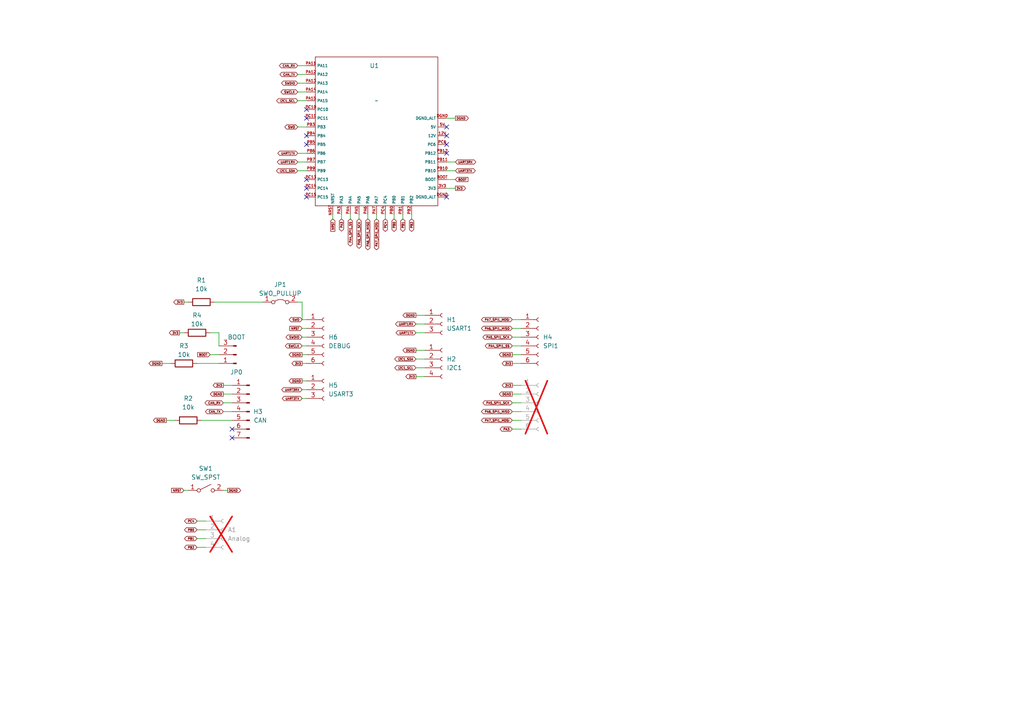
<source format=kicad_sch>
(kicad_sch (version 20230121) (generator eeschema)
  (paper "A4")
  (lib_symbols
    (symbol "Connector:Conn_01x03_Pin" (pin_names (offset 1.016) hide)
      (property "Reference" "J" (at 0 5.08 0))
      (property "Value" "Conn_01x03_Pin" (at 0 -5.08 0))
      (symbol "Conn_01x03_Pin_1_1"
        (polyline (pts (xy 1.27 -2.54) (xy 0.8636 -2.54)) (stroke (width 0.1524)))
        (polyline (pts (xy 1.27 0) (xy 0.8636 0)) (stroke (width 0.1524)))
        (polyline (pts (xy 1.27 2.54) (xy 0.8636 2.54)) (stroke (width 0.1524)))
        (rectangle (start 0.8636 -2.413) (end 0 -2.667) (stroke (width 0.1524)) (fill (type outline)))
        (rectangle (start 0.8636 0.127) (end 0 -0.127) (stroke (width 0.1524)) (fill (type outline)))
        (rectangle (start 0.8636 2.667) (end 0 2.413) (stroke (width 0.1524)) (fill (type outline)))
        (pin passive line (at 5.08 2.54 180) (length 3.81) (name "Pin_1") (number "1"))
        (pin passive line (at 5.08 0 180) (length 3.81) (name "Pin_2") (number "2"))
        (pin passive line (at 5.08 -2.54 180) (length 3.81) (name "Pin_3") (number "3"))
      )
    )
    (symbol "Connector:Conn_01x03_Socket" (pin_names (offset 1.016) hide)
      (property "Reference" "J" (at 0 5.08 0))
      (property "Value" "Conn_01x03_Socket" (at 0 -5.08 0))
      (symbol "Conn_01x03_Socket_1_1"
        (arc (start 0 -2.032) (mid -0.5058 -2.54) (end 0 -3.048) (stroke (width 0.1524)))
        (polyline (pts (xy -1.27 -2.54) (xy -0.508 -2.54)) (stroke (width 0.1524)))
        (polyline (pts (xy -1.27 0) (xy -0.508 0)) (stroke (width 0.1524)))
        (polyline (pts (xy -1.27 2.54) (xy -0.508 2.54)) (stroke (width 0.1524)))
        (arc (start 0 0.508) (mid -0.5058 0) (end 0 -0.508) (stroke (width 0.1524)))
        (arc (start 0 3.048) (mid -0.5058 2.54) (end 0 2.032) (stroke (width 0.1524)))
        (pin passive line (at -5.08 2.54 0) (length 3.81) (name "Pin_1") (number "1"))
        (pin passive line (at -5.08 0 0) (length 3.81) (name "Pin_2") (number "2"))
        (pin passive line (at -5.08 -2.54 0) (length 3.81) (name "Pin_3") (number "3"))
      )
    )
    (symbol "Connector:Conn_01x04_Socket" (pin_names (offset 1.016) hide)
      (property "Reference" "J" (at 0 5.08 0))
      (property "Value" "Conn_01x04_Socket" (at 0 -7.62 0))
      (symbol "Conn_01x04_Socket_1_1"
        (arc (start 0 -4.572) (mid -0.5058 -5.08) (end 0 -5.588) (stroke (width 0.1524)))
        (arc (start 0 -2.032) (mid -0.5058 -2.54) (end 0 -3.048) (stroke (width 0.1524)))
        (polyline (pts (xy -1.27 -5.08) (xy -0.508 -5.08)) (stroke (width 0.1524)))
        (polyline (pts (xy -1.27 -2.54) (xy -0.508 -2.54)) (stroke (width 0.1524)))
        (polyline (pts (xy -1.27 0) (xy -0.508 0)) (stroke (width 0.1524)))
        (polyline (pts (xy -1.27 2.54) (xy -0.508 2.54)) (stroke (width 0.1524)))
        (arc (start 0 0.508) (mid -0.5058 0) (end 0 -0.508) (stroke (width 0.1524)))
        (arc (start 0 3.048) (mid -0.5058 2.54) (end 0 2.032) (stroke (width 0.1524)))
        (pin passive line (at -5.08 2.54 0) (length 3.81) (name "Pin_1") (number "1"))
        (pin passive line (at -5.08 0 0) (length 3.81) (name "Pin_2") (number "2"))
        (pin passive line (at -5.08 -2.54 0) (length 3.81) (name "Pin_3") (number "3"))
        (pin passive line (at -5.08 -5.08 0) (length 3.81) (name "Pin_4") (number "4"))
      )
    )
    (symbol "Connector:Conn_01x06_Socket" (pin_names (offset 1.016) hide)
      (property "Reference" "J" (at 0 7.62 0))
      (property "Value" "Conn_01x06_Socket" (at 0 -10.16 0))
      (symbol "Conn_01x06_Socket_1_1"
        (arc (start 0 -7.112) (mid -0.5058 -7.62) (end 0 -8.128) (stroke (width 0.1524)))
        (arc (start 0 -4.572) (mid -0.5058 -5.08) (end 0 -5.588) (stroke (width 0.1524)))
        (arc (start 0 -2.032) (mid -0.5058 -2.54) (end 0 -3.048) (stroke (width 0.1524)))
        (polyline (pts (xy -1.27 -7.62) (xy -0.508 -7.62)) (stroke (width 0.1524)))
        (polyline (pts (xy -1.27 -5.08) (xy -0.508 -5.08)) (stroke (width 0.1524)))
        (polyline (pts (xy -1.27 -2.54) (xy -0.508 -2.54)) (stroke (width 0.1524)))
        (polyline (pts (xy -1.27 0) (xy -0.508 0)) (stroke (width 0.1524)))
        (polyline (pts (xy -1.27 2.54) (xy -0.508 2.54)) (stroke (width 0.1524)))
        (polyline (pts (xy -1.27 5.08) (xy -0.508 5.08)) (stroke (width 0.1524)))
        (arc (start 0 0.508) (mid -0.5058 0) (end 0 -0.508) (stroke (width 0.1524)))
        (arc (start 0 3.048) (mid -0.5058 2.54) (end 0 2.032) (stroke (width 0.1524)))
        (arc (start 0 5.588) (mid -0.5058 5.08) (end 0 4.572) (stroke (width 0.1524)))
        (pin passive line (at -5.08 5.08 0) (length 3.81) (name "Pin_1") (number "1"))
        (pin passive line (at -5.08 2.54 0) (length 3.81) (name "Pin_2") (number "2"))
        (pin passive line (at -5.08 0 0) (length 3.81) (name "Pin_3") (number "3"))
        (pin passive line (at -5.08 -2.54 0) (length 3.81) (name "Pin_4") (number "4"))
        (pin passive line (at -5.08 -5.08 0) (length 3.81) (name "Pin_5") (number "5"))
        (pin passive line (at -5.08 -7.62 0) (length 3.81) (name "Pin_6") (number "6"))
      )
    )
    (symbol "Connector:Conn_01x07_Pin" (pin_names (offset 1.016) hide)
      (property "Reference" "J" (at 0 10.16 0))
      (property "Value" "Conn_01x07_Pin" (at 0 -10.16 0))
      (symbol "Conn_01x07_Pin_1_1"
        (polyline (pts (xy 1.27 -7.62) (xy 0.8636 -7.62)) (stroke (width 0.1524)))
        (polyline (pts (xy 1.27 -5.08) (xy 0.8636 -5.08)) (stroke (width 0.1524)))
        (polyline (pts (xy 1.27 -2.54) (xy 0.8636 -2.54)) (stroke (width 0.1524)))
        (polyline (pts (xy 1.27 0) (xy 0.8636 0)) (stroke (width 0.1524)))
        (polyline (pts (xy 1.27 2.54) (xy 0.8636 2.54)) (stroke (width 0.1524)))
        (polyline (pts (xy 1.27 5.08) (xy 0.8636 5.08)) (stroke (width 0.1524)))
        (polyline (pts (xy 1.27 7.62) (xy 0.8636 7.62)) (stroke (width 0.1524)))
        (rectangle (start 0.8636 -7.493) (end 0 -7.747) (stroke (width 0.1524)) (fill (type outline)))
        (rectangle (start 0.8636 -4.953) (end 0 -5.207) (stroke (width 0.1524)) (fill (type outline)))
        (rectangle (start 0.8636 -2.413) (end 0 -2.667) (stroke (width 0.1524)) (fill (type outline)))
        (rectangle (start 0.8636 0.127) (end 0 -0.127) (stroke (width 0.1524)) (fill (type outline)))
        (rectangle (start 0.8636 2.667) (end 0 2.413) (stroke (width 0.1524)) (fill (type outline)))
        (rectangle (start 0.8636 5.207) (end 0 4.953) (stroke (width 0.1524)) (fill (type outline)))
        (rectangle (start 0.8636 7.747) (end 0 7.493) (stroke (width 0.1524)) (fill (type outline)))
        (pin passive line (at 5.08 7.62 180) (length 3.81) (name "Pin_1") (number "1"))
        (pin passive line (at 5.08 5.08 180) (length 3.81) (name "Pin_2") (number "2"))
        (pin passive line (at 5.08 2.54 180) (length 3.81) (name "Pin_3") (number "3"))
        (pin passive line (at 5.08 0 180) (length 3.81) (name "Pin_4") (number "4"))
        (pin passive line (at 5.08 -2.54 180) (length 3.81) (name "Pin_5") (number "5"))
        (pin passive line (at 5.08 -5.08 180) (length 3.81) (name "Pin_6") (number "6"))
        (pin passive line (at 5.08 -7.62 180) (length 3.81) (name "Pin_7") (number "7"))
      )
    )
    (symbol "Device:R" (pin_numbers hide) (pin_names (offset 0))
      (property "Reference" "R" (at 2.032 0 90))
      (property "Value" "R" (at 0 0 90))
      (symbol "R_0_1"
        (rectangle (start -1.016 -2.54) (end 1.016 2.54) (stroke (width 0.254)))
      )
      (symbol "R_1_1"
        (pin passive line (at 0 3.81 270) (length 1.27) (name "~") (number "1"))
        (pin passive line (at 0 -3.81 90) (length 1.27) (name "~") (number "2"))
      )
    )
    (symbol "Jumper:Jumper_2_Bridged" (pin_names (offset 0) hide)
      (property "Reference" "JP" (at 0 1.905 0))
      (property "Value" "Jumper_2_Bridged" (at 0 -2.54 0))
      (symbol "Jumper_2_Bridged_0_0"
        (circle (center -2.032 0) (radius 0.508))
        (circle (center 2.032 0) (radius 0.508))
      )
      (symbol "Jumper_2_Bridged_0_1"
        (arc (start 1.524 0.254) (mid 0 0.762) (end -1.524 0.254))
      )
      (symbol "Jumper_2_Bridged_1_1"
        (pin passive line (at -5.08 0 0) (length 2.54) (name "A") (number "1"))
        (pin passive line (at 5.08 0 180) (length 2.54) (name "B") (number "2"))
      )
    )
    (symbol "Switch:SW_SPST" (pin_names (offset 0) hide)
      (property "Reference" "SW" (at 0 3.175 0))
      (property "Value" "SW_SPST" (at 0 -2.54 0))
      (symbol "SW_SPST_0_0"
        (circle (center -2.032 0) (radius 0.508))
        (polyline (pts (xy -1.524 0.254) (xy 1.524 1.778)))
        (circle (center 2.032 0) (radius 0.508))
      )
      (symbol "SW_SPST_1_1"
        (pin passive line (at -5.08 0 0) (length 2.54) (name "A") (number "1"))
        (pin passive line (at 5.08 0 180) (length 2.54) (name "B") (number "2"))
      )
    )
    (symbol "_Platform Library:QVADRANS_V1"
      (property "Reference" "U" (at 0 0 0))
      (symbol "QVADRANS_V1_0_1"
        (rectangle (start -17.78 12.7) (end 17.78 -30.48))
      )
      (symbol "QVADRANS_V1_1_1"
        (pin power_out line (at 20.32 -10.16 180) (length 2.54) (name "12V") (number "12V"))
        (pin power_out line (at 20.32 -25.4 180) (length 2.54) (name "3V3") (number "3V3"))
        (pin power_out line (at 20.32 -7.62 180) (length 2.54) (name "5V") (number "5V"))
        (pin bidirectional line (at 20.32 -22.86 180) (length 2.54) (name "BOOT") (number "BOOT"))
        (pin power_out line (at 20.32 -27.94 180) (length 2.54) (name "DGND") (number "DGND") (alternate "DGND_ALT" passive line))
        (pin power_out line (at 20.32 -5.08 180) (length 2.54) (name "DGND") (number "DGND") (alternate "DGND_ALT" passive line))
        (pin input line (at -12.7 -33.02 90) (length 2.54) (name "NRST") (number "NRST"))
        (pin bidirectional line (at -20.32 10.16 0) (length 2.54) (name "PA11") (number "PA11"))
        (pin bidirectional line (at -20.32 7.62 0) (length 2.54) (name "PA12") (number "PA12"))
        (pin bidirectional line (at -20.32 5.08 0) (length 2.54) (name "PA13") (number "PA13"))
        (pin bidirectional line (at -20.32 2.54 0) (length 2.54) (name "PA14") (number "PA14"))
        (pin bidirectional line (at -20.32 0 0) (length 2.54) (name "PA15") (number "PA15"))
        (pin bidirectional line (at -10.16 -33.02 90) (length 2.54) (name "PA3") (number "PA3"))
        (pin bidirectional line (at -7.62 -33.02 90) (length 2.54) (name "PA4") (number "PA4"))
        (pin bidirectional line (at -5.08 -33.02 90) (length 2.54) (name "PA5") (number "PA5"))
        (pin bidirectional line (at -2.54 -33.02 90) (length 2.54) (name "PA6") (number "PA6"))
        (pin bidirectional line (at 0 -33.02 90) (length 2.54) (name "PA7") (number "PA7"))
        (pin bidirectional line (at 5.08 -33.02 90) (length 2.54) (name "PB0") (number "PB0"))
        (pin bidirectional line (at 7.62 -33.02 90) (length 2.54) (name "PB1") (number "PB1"))
        (pin bidirectional line (at 20.32 -20.32 180) (length 2.54) (name "PB10") (number "PB10"))
        (pin bidirectional line (at 20.32 -17.78 180) (length 2.54) (name "PB11") (number "PB11"))
        (pin bidirectional line (at 20.32 -15.24 180) (length 2.54) (name "PB12") (number "PB12"))
        (pin bidirectional line (at 10.16 -33.02 90) (length 2.54) (name "PB2") (number "PB2"))
        (pin bidirectional line (at -20.32 -7.62 0) (length 2.54) (name "PB3") (number "PB3"))
        (pin bidirectional line (at -20.32 -10.16 0) (length 2.54) (name "PB4") (number "PB4"))
        (pin bidirectional line (at -20.32 -12.7 0) (length 2.54) (name "PB5") (number "PB5"))
        (pin bidirectional line (at -20.32 -15.24 0) (length 2.54) (name "PB6") (number "PB6"))
        (pin bidirectional line (at -20.32 -17.78 0) (length 2.54) (name "PB7") (number "PB7"))
        (pin bidirectional line (at -20.32 -20.32 0) (length 2.54) (name "PB9") (number "PB9"))
        (pin bidirectional line (at -20.32 -2.54 0) (length 2.54) (name "PC10") (number "PC10"))
        (pin bidirectional line (at -20.32 -5.08 0) (length 2.54) (name "PC11") (number "PC11"))
        (pin bidirectional line (at -20.32 -22.86 0) (length 2.54) (name "PC13") (number "PC13"))
        (pin bidirectional line (at -20.32 -25.4 0) (length 2.54) (name "PC14") (number "PC14"))
        (pin bidirectional line (at -20.32 -27.94 0) (length 2.54) (name "PC15") (number "PC15"))
        (pin bidirectional line (at 2.54 -33.02 90) (length 2.54) (name "PC4") (number "PC4"))
        (pin bidirectional line (at 20.32 -12.7 180) (length 2.54) (name "PC6") (number "PC6"))
      )
    )
  )
  (no_connect (at 88.9 41.91))
  (no_connect (at 88.9 52.07))
  (no_connect (at 67.31 127))
  (no_connect (at 88.9 39.37))
  (no_connect (at 88.9 31.75))
  (no_connect (at 88.9 34.29))
  (no_connect (at 129.54 39.37))
  (no_connect (at 129.54 41.91))
  (no_connect (at 67.31 124.46))
  (no_connect (at 88.9 54.61))
  (no_connect (at 129.54 36.83))
  (no_connect (at 88.9 57.15))
  (no_connect (at 129.54 44.45))
  (no_connect (at 129.54 57.15))
  (wire (pts (xy 87.63 113.03) (xy 88.9 113.03)))
  (wire (pts (xy 86.36 26.67) (xy 88.9 26.67)))
  (wire (pts (xy 151.13 121.92) (xy 148.59 121.92)))
  (wire (pts (xy 62.23 87.63) (xy 76.2 87.63)))
  (wire (pts (xy 58.42 121.92) (xy 67.31 121.92)))
  (wire (pts (xy 64.77 111.76) (xy 67.31 111.76)))
  (wire (pts (xy 87.63 92.71) (xy 88.9 92.71)))
  (wire (pts (xy 87.63 95.25) (xy 88.9 95.25)))
  (wire (pts (xy 86.36 29.21) (xy 88.9 29.21)))
  (wire (pts (xy 151.13 124.46) (xy 148.59 124.46)))
  (wire (pts (xy 119.38 63.5) (xy 119.38 62.23)))
  (wire (pts (xy 104.14 62.23) (xy 104.14 63.5)))
  (wire (pts (xy 132.08 54.61) (xy 129.54 54.61)))
  (wire (pts (xy 132.08 46.99) (xy 129.54 46.99)))
  (wire (pts (xy 109.22 62.23) (xy 109.22 63.5)))
  (wire (pts (xy 57.15 153.67) (xy 59.69 153.67)))
  (wire (pts (xy 120.65 91.44) (xy 123.19 91.44)))
  (wire (pts (xy 63.5 102.87) (xy 60.96 102.87)))
  (wire (pts (xy 120.65 93.98) (xy 123.19 93.98)))
  (wire (pts (xy 48.26 121.92) (xy 50.8 121.92)))
  (wire (pts (xy 151.13 111.76) (xy 148.59 111.76)))
  (wire (pts (xy 64.77 116.84) (xy 67.31 116.84)))
  (wire (pts (xy 120.65 96.52) (xy 123.19 96.52)))
  (wire (pts (xy 57.15 156.21) (xy 59.69 156.21)))
  (wire (pts (xy 132.08 49.53) (xy 129.54 49.53)))
  (wire (pts (xy 86.36 36.83) (xy 88.9 36.83)))
  (wire (pts (xy 151.13 119.38) (xy 148.59 119.38)))
  (wire (pts (xy 60.96 96.52) (xy 63.5 96.52)))
  (wire (pts (xy 86.36 46.99) (xy 88.9 46.99)))
  (wire (pts (xy 57.15 158.75) (xy 59.69 158.75)))
  (wire (pts (xy 86.36 24.13) (xy 88.9 24.13)))
  (wire (pts (xy 120.65 104.14) (xy 123.19 104.14)))
  (wire (pts (xy 120.65 106.68) (xy 123.19 106.68)))
  (wire (pts (xy 120.65 101.6) (xy 123.19 101.6)))
  (wire (pts (xy 116.84 63.5) (xy 116.84 62.23)))
  (wire (pts (xy 148.59 95.25) (xy 151.13 95.25)))
  (wire (pts (xy 148.59 100.33) (xy 151.13 100.33)))
  (wire (pts (xy 111.76 63.5) (xy 111.76 62.23)))
  (wire (pts (xy 87.63 87.63) (xy 87.63 92.71)))
  (wire (pts (xy 148.59 105.41) (xy 151.13 105.41)))
  (wire (pts (xy 46.99 105.41) (xy 49.53 105.41)))
  (wire (pts (xy 86.36 49.53) (xy 88.9 49.53)))
  (wire (pts (xy 53.34 142.24) (xy 54.61 142.24)))
  (wire (pts (xy 101.6 62.23) (xy 101.6 63.5)))
  (wire (pts (xy 148.59 97.79) (xy 151.13 97.79)))
  (wire (pts (xy 57.15 105.41) (xy 63.5 105.41)))
  (wire (pts (xy 53.34 87.63) (xy 54.61 87.63)))
  (wire (pts (xy 148.59 102.87) (xy 151.13 102.87)))
  (wire (pts (xy 64.77 114.3) (xy 67.31 114.3)))
  (wire (pts (xy 96.52 63.5) (xy 96.52 62.23)))
  (wire (pts (xy 86.36 44.45) (xy 88.9 44.45)))
  (wire (pts (xy 57.15 151.13) (xy 59.69 151.13)))
  (wire (pts (xy 87.63 102.87) (xy 88.9 102.87)))
  (wire (pts (xy 63.5 96.52) (xy 63.5 100.33)))
  (wire (pts (xy 86.36 87.63) (xy 87.63 87.63)))
  (wire (pts (xy 120.65 109.22) (xy 123.19 109.22)))
  (wire (pts (xy 148.59 92.71) (xy 151.13 92.71)))
  (wire (pts (xy 87.63 110.49) (xy 88.9 110.49)))
  (wire (pts (xy 114.3 63.5) (xy 114.3 62.23)))
  (wire (pts (xy 86.36 21.59) (xy 88.9 21.59)))
  (wire (pts (xy 151.13 116.84) (xy 148.59 116.84)))
  (wire (pts (xy 87.63 115.57) (xy 88.9 115.57)))
  (wire (pts (xy 64.77 119.38) (xy 67.31 119.38)))
  (wire (pts (xy 86.36 19.05) (xy 88.9 19.05)))
  (wire (pts (xy 87.63 97.79) (xy 88.9 97.79)))
  (wire (pts (xy 106.68 62.23) (xy 106.68 63.5)))
  (wire (pts (xy 132.08 52.07) (xy 129.54 52.07)))
  (wire (pts (xy 87.63 100.33) (xy 88.9 100.33)))
  (wire (pts (xy 87.63 105.41) (xy 88.9 105.41)))
  (wire (pts (xy 151.13 114.3) (xy 148.59 114.3)))
  (wire (pts (xy 66.04 142.24) (xy 64.77 142.24)))
  (wire (pts (xy 52.07 96.52) (xy 53.34 96.52)))
  (wire (pts (xy 99.06 63.5) (xy 99.06 62.23)))
  (wire (pts (xy 129.54 34.29) (xy 132.08 34.29)))
  (global_label "PA5_SPI1_SCK" (shape bidirectional) (at 148.59 97.79 180) (effects (font (size 0.635 0.635))) (property "Intersheetrefs" "${INTERSHEET_REFS}" (effects hide)))
  (global_label "PA6_SPI1_MISO" (shape bidirectional) (at 148.59 95.25 180) (effects (font (size 0.635 0.635))) (property "Intersheetrefs" "${INTERSHEET_REFS}" (effects hide)))
  (global_label "DGND" (shape output) (at 46.99 105.41 180) (effects (font (size 0.635 0.635))) (property "Intersheetrefs" "${INTERSHEET_REFS}" (effects hide)))
  (global_label "PB2" (shape bidirectional) (at 119.38 63.5 270) (effects (font (size 0.635 0.635))) (property "Intersheetrefs" "${INTERSHEET_REFS}" (effects hide)))
  (global_label "PA7_SPI1_MOSI" (shape bidirectional) (at 148.59 121.92 180) (effects (font (size 0.635 0.635))) (property "Intersheetrefs" "${INTERSHEET_REFS}" (effects hide)))
  (global_label "PC4" (shape bidirectional) (at 57.15 151.13 180) (effects (font (size 0.635 0.635))) (property "Intersheetrefs" "${INTERSHEET_REFS}" (effects hide)))
  (global_label "I2C1_SDA" (shape bidirectional) (at 86.36 49.53 180) (effects (font (size 0.635 0.635))) (property "Intersheetrefs" "${INTERSHEET_REFS}" (effects hide)))
  (global_label "SWDIO" (shape bidirectional) (at 87.63 97.79 180) (effects (font (size 0.635 0.635))) (property "Intersheetrefs" "${INTERSHEET_REFS}" (effects hide)))
  (global_label "DGND" (shape output) (at 132.08 34.29 0) (effects (font (size 0.635 0.635))) (property "Intersheetrefs" "${INTERSHEET_REFS}" (effects hide)))
  (global_label "DGND" (shape output) (at 48.26 121.92 180) (effects (font (size 0.635 0.635))) (property "Intersheetrefs" "${INTERSHEET_REFS}" (effects hide)))
  (global_label "DGND" (shape output) (at 87.63 110.49 180) (effects (font (size 0.635 0.635))) (property "Intersheetrefs" "${INTERSHEET_REFS}" (effects hide)))
  (global_label "PA6_SPI1_MISO" (shape bidirectional) (at 106.68 63.5 270) (effects (font (size 0.635 0.635))) (property "Intersheetrefs" "${INTERSHEET_REFS}" (effects hide)))
  (global_label "UART1RX" (shape bidirectional) (at 120.65 93.98 180) (effects (font (size 0.635 0.635))) (property "Intersheetrefs" "${INTERSHEET_REFS}" (effects hide)))
  (global_label "3V3" (shape output) (at 52.07 96.52 180) (effects (font (size 0.635 0.635))) (property "Intersheetrefs" "${INTERSHEET_REFS}" (effects hide)))
  (global_label "I2C1_SCL" (shape bidirectional) (at 120.65 106.68 180) (effects (font (size 0.635 0.635))) (property "Intersheetrefs" "${INTERSHEET_REFS}" (effects hide)))
  (global_label "DGND" (shape output) (at 120.65 91.44 180) (effects (font (size 0.635 0.635))) (property "Intersheetrefs" "${INTERSHEET_REFS}" (effects hide)))
  (global_label "PA6_SPI1_MISO" (shape bidirectional) (at 148.59 119.38 180) (effects (font (size 0.635 0.635))) (property "Intersheetrefs" "${INTERSHEET_REFS}" (effects hide)))
  (global_label "PA7_SPI1_MOSI" (shape bidirectional) (at 148.59 92.71 180) (effects (font (size 0.635 0.635))) (property "Intersheetrefs" "${INTERSHEET_REFS}" (effects hide)))
  (global_label "UART3TX" (shape bidirectional) (at 87.63 115.57 180) (effects (font (size 0.635 0.635))) (property "Intersheetrefs" "${INTERSHEET_REFS}" (effects hide)))
  (global_label "DGND" (shape output) (at 64.77 114.3 180) (effects (font (size 0.635 0.635))) (property "Intersheetrefs" "${INTERSHEET_REFS}" (effects hide)))
  (global_label "SWO" (shape bidirectional) (at 87.63 92.71 180) (effects (font (size 0.635 0.635))) (property "Intersheetrefs" "${INTERSHEET_REFS}" (effects hide)))
  (global_label "PB2" (shape bidirectional) (at 57.15 158.75 180) (effects (font (size 0.635 0.635))) (property "Intersheetrefs" "${INTERSHEET_REFS}" (effects hide)))
  (global_label "CAN_TX" (shape bidirectional) (at 64.77 119.38 180) (effects (font (size 0.635 0.635))) (property "Intersheetrefs" "${INTERSHEET_REFS}" (effects hide)))
  (global_label "SWCLK" (shape bidirectional) (at 87.63 100.33 180) (effects (font (size 0.635 0.635))) (property "Intersheetrefs" "${INTERSHEET_REFS}" (effects hide)))
  (global_label "3V3" (shape output) (at 53.34 87.63 180) (effects (font (size 0.635 0.635))) (property "Intersheetrefs" "${INTERSHEET_REFS}" (effects hide)))
  (global_label "3V3" (shape output) (at 87.63 105.41 180) (effects (font (size 0.635 0.635))) (property "Intersheetrefs" "${INTERSHEET_REFS}" (effects hide)))
  (global_label "UART3RX" (shape bidirectional) (at 132.08 46.99 0) (effects (font (size 0.635 0.635))) (property "Intersheetrefs" "${INTERSHEET_REFS}" (effects hide)))
  (global_label "PB1" (shape bidirectional) (at 57.15 156.21 180) (effects (font (size 0.635 0.635))) (property "Intersheetrefs" "${INTERSHEET_REFS}" (effects hide)))
  (global_label "I2C1_SCL" (shape bidirectional) (at 86.36 29.21 180) (effects (font (size 0.635 0.635))) (property "Intersheetrefs" "${INTERSHEET_REFS}" (effects hide)))
  (global_label "PB0" (shape bidirectional) (at 114.3 63.5 270) (effects (font (size 0.635 0.635))) (property "Intersheetrefs" "${INTERSHEET_REFS}" (effects hide)))
  (global_label "DGND" (shape output) (at 120.65 101.6 180) (effects (font (size 0.635 0.635))) (property "Intersheetrefs" "${INTERSHEET_REFS}" (effects hide)))
  (global_label "PA4_SPI1_SS" (shape bidirectional) (at 101.6 63.5 270) (effects (font (size 0.635 0.635))) (property "Intersheetrefs" "${INTERSHEET_REFS}" (effects hide)))
  (global_label "3V3" (shape output) (at 64.77 111.76 180) (effects (font (size 0.635 0.635))) (property "Intersheetrefs" "${INTERSHEET_REFS}" (effects hide)))
  (global_label "PC4" (shape bidirectional) (at 111.76 63.5 270) (effects (font (size 0.635 0.635))) (property "Intersheetrefs" "${INTERSHEET_REFS}" (effects hide)))
  (global_label "UART1RX" (shape bidirectional) (at 86.36 46.99 180) (effects (font (size 0.635 0.635))) (property "Intersheetrefs" "${INTERSHEET_REFS}" (effects hide)))
  (global_label "DGND" (shape output) (at 148.59 114.3 180) (effects (font (size 0.635 0.635))) (property "Intersheetrefs" "${INTERSHEET_REFS}" (effects hide)))
  (global_label "SWO" (shape bidirectional) (at 86.36 36.83 180) (effects (font (size 0.635 0.635))) (property "Intersheetrefs" "${INTERSHEET_REFS}" (effects hide)))
  (global_label "SWCLK" (shape bidirectional) (at 86.36 26.67 180) (effects (font (size 0.635 0.635))) (property "Intersheetrefs" "${INTERSHEET_REFS}" (effects hide)))
  (global_label "3V3" (shape output) (at 148.59 105.41 180) (effects (font (size 0.635 0.635))) (property "Intersheetrefs" "${INTERSHEET_REFS}" (effects hide)))
  (global_label "BOOT" (shape input) (at 132.08 52.07 0) (effects (font (size 0.635 0.635))) (property "Intersheetrefs" "${INTERSHEET_REFS}" (effects hide)))
  (global_label "DGND" (shape output) (at 66.04 142.24 0) (effects (font (size 0.635 0.635))) (property "Intersheetrefs" "${INTERSHEET_REFS}" (effects hide)))
  (global_label "3V3" (shape output) (at 120.65 109.22 180) (effects (font (size 0.635 0.635))) (property "Intersheetrefs" "${INTERSHEET_REFS}" (effects hide)))
  (global_label "PA5_SPI1_SCK" (shape bidirectional) (at 104.14 63.5 270) (effects (font (size 0.635 0.635))) (property "Intersheetrefs" "${INTERSHEET_REFS}" (effects hide)))
  (global_label "3V3" (shape output) (at 132.08 54.61 0) (effects (font (size 0.635 0.635))) (property "Intersheetrefs" "${INTERSHEET_REFS}" (effects hide)))
  (global_label "I2C1_SDA" (shape bidirectional) (at 120.65 104.14 180) (effects (font (size 0.635 0.635))) (property "Intersheetrefs" "${INTERSHEET_REFS}" (effects hide)))
  (global_label "SWDIO" (shape bidirectional) (at 86.36 24.13 180) (effects (font (size 0.635 0.635))) (property "Intersheetrefs" "${INTERSHEET_REFS}" (effects hide)))
  (global_label "UART1TX" (shape bidirectional) (at 120.65 96.52 180) (effects (font (size 0.635 0.635))) (property "Intersheetrefs" "${INTERSHEET_REFS}" (effects hide)))
  (global_label "CAN_TX" (shape bidirectional) (at 86.36 21.59 180) (effects (font (size 0.635 0.635))) (property "Intersheetrefs" "${INTERSHEET_REFS}" (effects hide)))
  (global_label "PB1" (shape bidirectional) (at 116.84 63.5 270) (effects (font (size 0.635 0.635))) (property "Intersheetrefs" "${INTERSHEET_REFS}" (effects hide)))
  (global_label "PB0" (shape bidirectional) (at 57.15 153.67 180) (effects (font (size 0.635 0.635))) (property "Intersheetrefs" "${INTERSHEET_REFS}" (effects hide)))
  (global_label "PA5_SPI1_SCK" (shape bidirectional) (at 148.59 116.84 180) (effects (font (size 0.635 0.635))) (property "Intersheetrefs" "${INTERSHEET_REFS}" (effects hide)))
  (global_label "NRST" (shape input) (at 96.52 63.5 270) (effects (font (size 0.635 0.635))) (property "Intersheetrefs" "${INTERSHEET_REFS}" (effects hide)))
  (global_label "DGND" (shape output) (at 148.59 102.87 180) (effects (font (size 0.635 0.635))) (property "Intersheetrefs" "${INTERSHEET_REFS}" (effects hide)))
  (global_label "PA3" (shape bidirectional) (at 148.59 124.46 180) (effects (font (size 0.635 0.635))) (property "Intersheetrefs" "${INTERSHEET_REFS}" (effects hide)))
  (global_label "PA7_SPI1_MOSI" (shape bidirectional) (at 109.22 63.5 270) (effects (font (size 0.635 0.635))) (property "Intersheetrefs" "${INTERSHEET_REFS}" (effects hide)))
  (global_label "NRST" (shape input) (at 87.63 95.25 180) (effects (font (size 0.635 0.635))) (property "Intersheetrefs" "${INTERSHEET_REFS}" (effects hide)))
  (global_label "3V3" (shape output) (at 148.59 111.76 180) (effects (font (size 0.635 0.635))) (property "Intersheetrefs" "${INTERSHEET_REFS}" (effects hide)))
  (global_label "DGND" (shape output) (at 87.63 102.87 180) (effects (font (size 0.635 0.635))) (property "Intersheetrefs" "${INTERSHEET_REFS}" (effects hide)))
  (global_label "UART3TX" (shape bidirectional) (at 132.08 49.53 0) (effects (font (size 0.635 0.635))) (property "Intersheetrefs" "${INTERSHEET_REFS}" (effects hide)))
  (global_label "CAN_RX" (shape bidirectional) (at 86.36 19.05 180) (effects (font (size 0.635 0.635))) (property "Intersheetrefs" "${INTERSHEET_REFS}" (effects hide)))
  (global_label "PA4_SPI1_SS" (shape bidirectional) (at 148.59 100.33 180) (effects (font (size 0.635 0.635))) (property "Intersheetrefs" "${INTERSHEET_REFS}" (effects hide)))
  (global_label "UART3RX" (shape bidirectional) (at 87.63 113.03 180) (effects (font (size 0.635 0.635))) (property "Intersheetrefs" "${INTERSHEET_REFS}" (effects hide)))
  (global_label "CAN_RX" (shape bidirectional) (at 64.77 116.84 180) (effects (font (size 0.635 0.635))) (property "Intersheetrefs" "${INTERSHEET_REFS}" (effects hide)))
  (global_label "NRST" (shape input) (at 53.34 142.24 180) (effects (font (size 0.635 0.635))) (property "Intersheetrefs" "${INTERSHEET_REFS}" (effects hide)))
  (global_label "BOOT" (shape input) (at 60.96 102.87 180) (effects (font (size 0.635 0.635))) (property "Intersheetrefs" "${INTERSHEET_REFS}" (effects hide)))
  (global_label "PA3" (shape bidirectional) (at 99.06 63.5 270) (effects (font (size 0.635 0.635))) (property "Intersheetrefs" "${INTERSHEET_REFS}" (effects hide)))
  (global_label "UART1TX" (shape bidirectional) (at 86.36 44.45 180) (effects (font (size 0.635 0.635))) (property "Intersheetrefs" "${INTERSHEET_REFS}" (effects hide)))
  (symbol (lib_id "Device:R") (at 58.42 87.63 270) (unit 1)
    (property "Reference" "R1" (at 58.42 81.28 90))
    (property "Value" "10k" (at 58.42 83.82 90))
    (property "Footprint" "Resistor_SMD:R_0603_1608Metric_Pad0.98x0.95mm_HandSolder" (effects hide))
  )
  (symbol (lib_id "Connector:Conn_01x03_Pin") (at 68.58 102.87 180) (unit 1)
    (property "Reference" "JP0" (at 68.58 107.95 0))
    (property "Value" "BOOT" (at 68.58 97.79 0))
    (property "Footprint" "Connector_PinHeader_2.54mm:PinHeader_1x03_P2.54mm_Vertical" (effects hide))
  )
  (symbol (lib_id "Connector:Conn_01x04_Socket") (at 64.77 153.67 0) (unit 1) (in_bom no) (on_board no) (dnp yes)
    (property "Reference" "A1" (at 66.04 153.67 0) (effects (justify left)))
    (property "Value" "Analog" (at 66.04 156.21 0) (effects (justify left)))
    (property "Footprint" "Connector_PinHeader_2.54mm:PinHeader_1x04_P2.54mm_Vertical" (effects hide))
    (property "Sim.Enable" "0" (effects hide))
  )
  (symbol (lib_id "Connector:Conn_01x04_Socket") (at 128.27 104.14 0) (unit 1)
    (property "Reference" "H2" (at 129.54 104.14 0) (effects (justify left)))
    (property "Value" "I2C1" (at 129.54 106.68 0) (effects (justify left)))
    (property "Footprint" "Connector_JST:JST_XH_B4B-XH-A_1x04_P2.50mm_Vertical" (effects hide))
  )
  (symbol (lib_id "Device:R") (at 54.61 121.92 270) (unit 1)
    (property "Reference" "R2" (at 54.61 115.57 90))
    (property "Value" "10k" (at 54.61 118.11 90))
    (property "Footprint" "Resistor_SMD:R_0603_1608Metric_Pad0.98x0.95mm_HandSolder" (effects hide))
  )
  (symbol (lib_id "Connector:Conn_01x07_Pin") (at 72.39 119.38 0) (mirror y) (unit 1)
    (property "Reference" "H3" (at 76.2 119.38 0) (effects (justify left)))
    (property "Value" "CAN" (at 77.47 121.92 0) (effects (justify left)))
    (property "Footprint" "Connector_PinHeader_2.54mm:PinHeader_1x05_P2.54mm_Vertical" (effects hide))
  )
  (symbol (lib_id "Jumper:Jumper_2_Bridged") (at 81.28 87.63 0) (unit 1)
    (property "Reference" "JP1" (at 81.28 82.55 0))
    (property "Value" "SWO_PULLUP" (at 81.28 85.09 0))
    (property "Footprint" "Connector_PinHeader_2.54mm:PinHeader_1x02_P2.54mm_Vertical" (effects hide))
  )
  (symbol (lib_id "Connector:Conn_01x03_Socket") (at 128.27 93.98 0) (unit 1)
    (property "Reference" "H1" (at 129.54 92.71 0) (effects (justify left)))
    (property "Value" "USART1" (at 129.54 95.25 0) (effects (justify left)))
    (property "Footprint" "Connector_JST:JST_XH_B3B-XH-A_1x03_P2.50mm_Vertical" (effects hide))
  )
  (symbol (lib_id "Switch:SW_SPST") (at 59.69 142.24 0) (unit 1)
    (property "Reference" "SW1" (at 59.69 135.89 0))
    (property "Value" "SW_SPST" (at 59.69 138.43 0))
    (property "Footprint" "Platform Footprints:Button_TTL3305_Tact_Switch" (effects hide))
  )
  (symbol (lib_id "Device:R") (at 53.34 105.41 270) (unit 1)
    (property "Reference" "R3" (at 53.34 100.33 90))
    (property "Value" "10k" (at 53.34 102.87 90))
    (property "Footprint" "Resistor_SMD:R_0603_1608Metric_Pad0.98x0.95mm_HandSolder" (effects hide))
  )
  (symbol (lib_id "Device:R") (at 57.15 96.52 270) (unit 1)
    (property "Reference" "R4" (at 57.15 91.44 90))
    (property "Value" "10k" (at 57.15 93.98 90))
    (property "Footprint" "Resistor_SMD:R_0603_1608Metric_Pad0.98x0.95mm_HandSolder" (effects hide))
  )
  (symbol (lib_id "Connector:Conn_01x03_Socket") (at 93.98 113.03 0) (unit 1)
    (property "Reference" "H5" (at 95.25 111.76 0) (effects (justify left)))
    (property "Value" "USART3" (at 95.25 114.3 0) (effects (justify left)))
    (property "Footprint" "Connector_JST:JST_XH_B3B-XH-A_1x03_P2.50mm_Vertical" (effects hide))
  )
  (symbol (lib_id "Connector:Conn_01x06_Socket") (at 93.98 97.79 0) (unit 1)
    (property "Reference" "H6" (at 95.25 97.79 0) (effects (justify left)))
    (property "Value" "DEBUG" (at 95.25 100.33 0) (effects (justify left)))
    (property "Footprint" "Connector_PinHeader_2.54mm:PinHeader_1x06_P2.54mm_Vertical" (effects hide))
  )
  (symbol (lib_id "Connector:Conn_01x06_Socket") (at 156.21 116.84 0) (unit 1) (in_bom no) (on_board no) (dnp yes)
    (property "Reference" "J7" (effects hide))
    (property "Value" "SPI1-2" (effects hide))
    (property "Footprint" "Connector_JST:JST_XH_B6B-XH-A_1x06_P2.50mm_Vertical" (effects hide))
    (property "Sim.Enable" "0" (effects hide))
  )
  (symbol (lib_id "_Platform Library:QVADRANS_V1") (at 109.22 29.21 0) (unit 1)
    (property "Reference" "U1" (at 108.585 19.05 0))
    (property "Value" "~" (at 109.22 29.21 0))
    (property "Footprint" "Platform Footprints:QVADRANS_V1_headers" (effects hide))
    (pin "DGND" (alternate "DGND_ALT"))
    (pin "DGND" (alternate "DGND_ALT"))
  )
  (symbol (lib_id "Connector:Conn_01x06_Socket") (at 156.21 97.79 0) (unit 1)
    (property "Reference" "H4" (at 157.48 97.79 0) (effects (justify left)))
    (property "Value" "SPI1" (at 157.48 100.33 0) (effects (justify left)))
    (property "Footprint" "Connector_JST:JST_XH_B6B-XH-A_1x06_P2.50mm_Vertical" (effects hide))
  )
)
</source>
